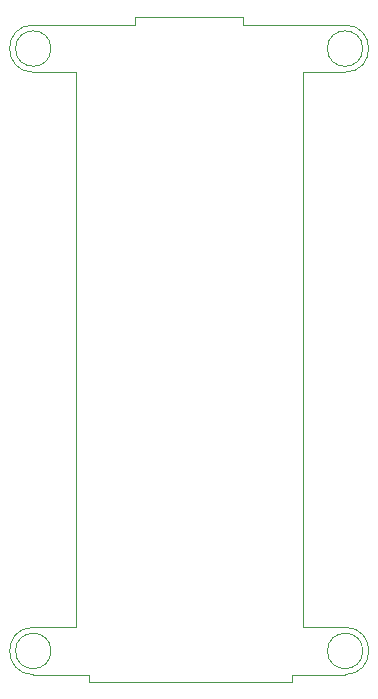
<source format=gbr>
%TF.GenerationSoftware,KiCad,Pcbnew,9.0.0*%
%TF.CreationDate,2025-05-07T16:38:21+03:00*%
%TF.ProjectId,Testing_USB-CAN,54657374-696e-4675-9f55-53422d43414e,rev?*%
%TF.SameCoordinates,Original*%
%TF.FileFunction,Profile,NP*%
%FSLAX46Y46*%
G04 Gerber Fmt 4.6, Leading zero omitted, Abs format (unit mm)*
G04 Created by KiCad (PCBNEW 9.0.0) date 2025-05-07 16:38:21*
%MOMM*%
%LPD*%
G01*
G04 APERTURE LIST*
%TA.AperFunction,Profile*%
%ADD10C,0.100000*%
%TD*%
G04 APERTURE END LIST*
D10*
X115130000Y-89280000D02*
G75*
G02*
X112130000Y-89280000I-1500000J0D01*
G01*
X112130000Y-89280000D02*
G75*
G02*
X115130000Y-89280000I1500000J0D01*
G01*
X122250000Y-87280000D02*
X113630000Y-87280000D01*
X131410000Y-86620000D02*
X122250000Y-86620000D01*
X131410000Y-87280000D02*
X140030000Y-87280000D01*
X140040000Y-138280000D02*
X136445000Y-138280000D01*
X140040000Y-138280000D02*
G75*
G02*
X140040000Y-142280000I0J-2000000D01*
G01*
X117225000Y-138279975D02*
X113630000Y-138279975D01*
X115130000Y-140280000D02*
G75*
G02*
X112130000Y-140280000I-1500000J0D01*
G01*
X112130000Y-140280000D02*
G75*
G02*
X115130000Y-140280000I1500000J0D01*
G01*
X117225000Y-91280000D02*
X117225000Y-138279975D01*
X113630000Y-142280025D02*
G75*
G02*
X113630000Y-138279975I0J2000025D01*
G01*
X122250000Y-87280000D02*
X122250000Y-86620000D01*
X140030000Y-91280000D02*
X136445000Y-91280000D01*
X141530000Y-89280000D02*
G75*
G02*
X138530000Y-89280000I-1500000J0D01*
G01*
X138530000Y-89280000D02*
G75*
G02*
X141530000Y-89280000I1500000J0D01*
G01*
X131410000Y-86680000D02*
X131410000Y-86620000D01*
X118340000Y-142890000D02*
X135500000Y-142890000D01*
X135500000Y-142890000D02*
X135500000Y-142280000D01*
X118340000Y-142280000D02*
X118340000Y-142890000D01*
X131410000Y-87280000D02*
X131410000Y-86680000D01*
X113630000Y-142280025D02*
X118340000Y-142280025D01*
X113630000Y-91280000D02*
X117225000Y-91280000D01*
X140040000Y-142280000D02*
X135500000Y-142280000D01*
X141540000Y-140280000D02*
G75*
G02*
X138540000Y-140280000I-1500000J0D01*
G01*
X138540000Y-140280000D02*
G75*
G02*
X141540000Y-140280000I1500000J0D01*
G01*
X136445000Y-138280000D02*
X136445000Y-91280000D01*
X113630000Y-91280000D02*
G75*
G02*
X113630000Y-87280000I0J2000000D01*
G01*
X140030000Y-87280000D02*
G75*
G02*
X140030000Y-91280000I0J-2000000D01*
G01*
M02*

</source>
